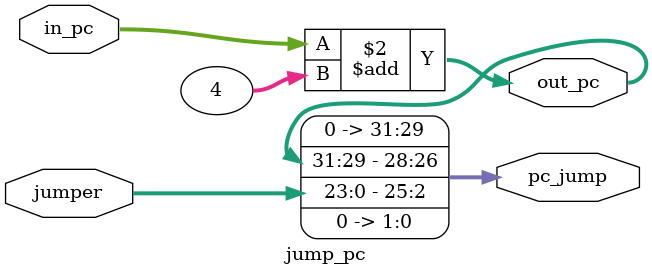
<source format=v>
module jump_pc(in_pc,jumper,pc_jump,out_pc);

  input [31:0]in_pc;
  input [25:0]jumper;
  output reg [31:0]pc_jump,out_pc;

  always@(in_pc)
  begin
    out_pc = in_pc+4;
  end

  always@(out_pc,jumper)
  begin
    pc_jump = {out_pc[31:29],jumper<<2};
  end
endmodule
</source>
